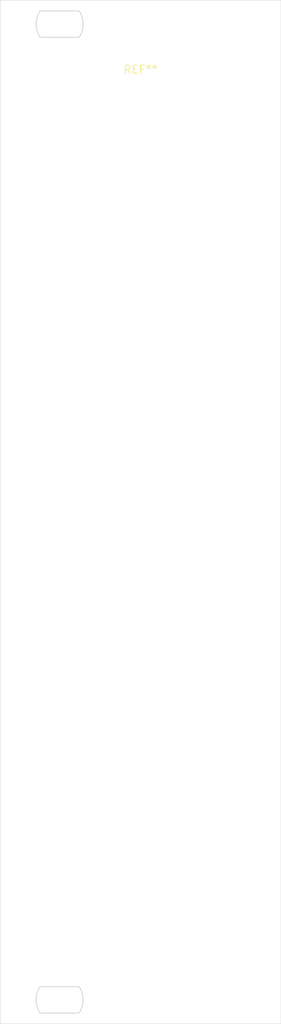
<source format=kicad_pcb>
(kicad_pcb (version 20240108) (generator "pcbnew") (generator_version "8.0")
  (layers (0 "F.Cu" signal) (31 "B.Cu" signal) (34 "B.Paste" user) (35 "F.Paste" user) (36 "B.SilkS" user "B.Silkscreen") (37 "F.SilkS" user "F.Silkscreen") (38 "B.Mask" user) (39 "F.Mask" user) (44 "Edge.Cuts" user))
  (net 0 "")
  (footprint "MountingHole:MountingHole_5mm" (layer "F.Cu") (at 120.39 61.8)
    (property "Reference" "REF**" (at 0 -6 0) (layer "F.SilkS"))
    (property "Value" "MountingHole_5mm")
    (pad "" np_thru_hole circle (at 0 0) (size 5 5) (drill 5) (layers "*.Cu" "*.Mask"))
  )
  (gr_line (start 112.679998 48.45) (end 107.789193 48.45) (stroke (width 0.1)) (layer "Edge.Cuts"))
  (gr_arc (start 107.789193 51.75) (mid 107.284595 50.1) (end 107.789193 48.45) (stroke (width 0.1)) (layer "Edge.Cuts"))
  (gr_arc (start 107.784598 174.15) (mid 107.28 172.5) (end 107.784598 170.85) (stroke (width 0.1)) (layer "Edge.Cuts"))
  (gr_line (start 112.675403 170.85) (end 107.784598 170.85) (stroke (width 0.1)) (layer "Edge.Cuts"))
  (gr_line (start 107.789193 51.75) (end 112.68 51.75) (stroke (width 0.1)) (layer "Edge.Cuts"))
  (gr_arc (start 112.675403 170.85) (mid 113.18 172.5) (end 112.675405 174.15) (stroke (width 0.1)) (layer "Edge.Cuts"))
  (gr_arc (start 112.679998 48.45) (mid 113.184595 50.1) (end 112.68 51.75) (stroke (width 0.1)) (layer "Edge.Cuts"))
  (gr_rect (start 102.78 47.1) (end 138 175.5) (stroke (width 0.05)) (fill none) (layer "Edge.Cuts"))
  (gr_line (start 107.784598 174.15) (end 112.675405 174.15) (stroke (width 0.1)) (layer "Edge.Cuts"))
)
</source>
